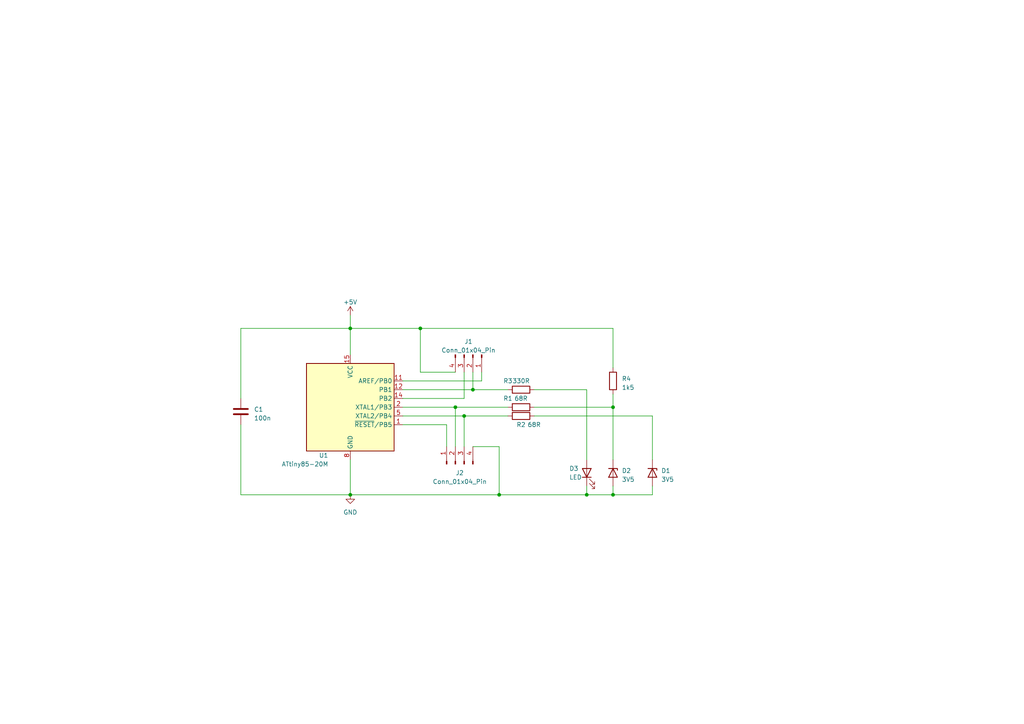
<source format=kicad_sch>
(kicad_sch (version 20230121) (generator eeschema)
  (paper "A4")
  (lib_symbols
    (symbol "Connector:Conn_01x04_Pin" (pin_names (offset 1.016) hide)
      (property "Reference" "J" (at 0 5.08 0))
      (property "Value" "Conn_01x04_Pin" (at 0 -7.62 0))
      (symbol "Conn_01x04_Pin_1_1"
        (polyline (pts (xy 1.27 -5.08) (xy 0.8636 -5.08)) (stroke (width 0.1524)))
        (polyline (pts (xy 1.27 -2.54) (xy 0.8636 -2.54)) (stroke (width 0.1524)))
        (polyline (pts (xy 1.27 0) (xy 0.8636 0)) (stroke (width 0.1524)))
        (polyline (pts (xy 1.27 2.54) (xy 0.8636 2.54)) (stroke (width 0.1524)))
        (rectangle (start 0.8636 -4.953) (end 0 -5.207) (stroke (width 0.1524)) (fill (type outline)))
        (rectangle (start 0.8636 -2.413) (end 0 -2.667) (stroke (width 0.1524)) (fill (type outline)))
        (rectangle (start 0.8636 0.127) (end 0 -0.127) (stroke (width 0.1524)) (fill (type outline)))
        (rectangle (start 0.8636 2.667) (end 0 2.413) (stroke (width 0.1524)) (fill (type outline)))
        (pin passive line (at 5.08 2.54 180) (length 3.81) (name "Pin_1") (number "1"))
        (pin passive line (at 5.08 0 180) (length 3.81) (name "Pin_2") (number "2"))
        (pin passive line (at 5.08 -2.54 180) (length 3.81) (name "Pin_3") (number "3"))
        (pin passive line (at 5.08 -5.08 180) (length 3.81) (name "Pin_4") (number "4"))
      )
    )
    (symbol "Device:C" (pin_numbers hide) (pin_names (offset 0.254))
      (property "Reference" "C" (at 0.635 2.54 0))
      (property "Value" "C" (at 0.635 -2.54 0))
      (symbol "C_0_1"
        (polyline (pts (xy -2.032 -0.762) (xy 2.032 -0.762)) (stroke (width 0.508)))
        (polyline (pts (xy -2.032 0.762) (xy 2.032 0.762)) (stroke (width 0.508)))
      )
      (symbol "C_1_1"
        (pin passive line (at 0 3.81 270) (length 2.794) (name "~") (number "1"))
        (pin passive line (at 0 -3.81 90) (length 2.794) (name "~") (number "2"))
      )
    )
    (symbol "Device:D_Zener" (pin_numbers hide) (pin_names (offset 1.016) hide)
      (property "Reference" "D" (at 0 2.54 0))
      (property "Value" "D_Zener" (at 0 -2.54 0))
      (symbol "D_Zener_0_1"
        (polyline (pts (xy 1.27 0) (xy -1.27 0)))
        (polyline (pts (xy -1.27 -1.27) (xy -1.27 1.27) (xy -0.762 1.27)) (stroke (width 0.254)))
        (polyline (pts (xy 1.27 -1.27) (xy 1.27 1.27) (xy -1.27 0) (xy 1.27 -1.27)) (stroke (width 0.254)))
      )
      (symbol "D_Zener_1_1"
        (pin passive line (at -3.81 0 0) (length 2.54) (name "K") (number "1"))
        (pin passive line (at 3.81 0 180) (length 2.54) (name "A") (number "2"))
      )
    )
    (symbol "Device:LED" (pin_numbers hide) (pin_names (offset 1.016) hide)
      (property "Reference" "D" (at 0 2.54 0))
      (property "Value" "LED" (at 0 -2.54 0))
      (symbol "LED_0_1"
        (polyline (pts (xy -1.27 -1.27) (xy -1.27 1.27)) (stroke (width 0.254)))
        (polyline (pts (xy -1.27 0) (xy 1.27 0)))
        (polyline (pts (xy 1.27 -1.27) (xy 1.27 1.27) (xy -1.27 0) (xy 1.27 -1.27)) (stroke (width 0.254)))
        (polyline (pts (xy -3.048 -0.762) (xy -4.572 -2.286) (xy -3.81 -2.286) (xy -4.572 -2.286) (xy -4.572 -1.524)))
        (polyline (pts (xy -1.778 -0.762) (xy -3.302 -2.286) (xy -2.54 -2.286) (xy -3.302 -2.286) (xy -3.302 -1.524)))
      )
      (symbol "LED_1_1"
        (pin passive line (at -3.81 0 0) (length 2.54) (name "K") (number "1"))
        (pin passive line (at 3.81 0 180) (length 2.54) (name "A") (number "2"))
      )
    )
    (symbol "Device:R" (pin_numbers hide) (pin_names (offset 0))
      (property "Reference" "R" (at 2.032 0 90))
      (property "Value" "R" (at 0 0 90))
      (symbol "R_0_1"
        (rectangle (start -1.016 -2.54) (end 1.016 2.54) (stroke (width 0.254)))
      )
      (symbol "R_1_1"
        (pin passive line (at 0 3.81 270) (length 1.27) (name "~") (number "1"))
        (pin passive line (at 0 -3.81 90) (length 1.27) (name "~") (number "2"))
      )
    )
    (symbol "MCU_Microchip_ATtiny:ATtiny85-20M"
      (property "Reference" "U" (at -12.7 13.97 0))
      (property "Value" "ATtiny85-20M" (at 2.54 -13.97 0))
      (symbol "ATtiny85-20M_0_1"
        (rectangle (start -12.7 -12.7) (end 12.7 12.7) (stroke (width 0.254)) (fill (type background)))
      )
      (symbol "ATtiny85-20M_1_1"
        (pin bidirectional line (at 15.24 -5.08 180) (length 2.54) (name "~{RESET}/PB5") (number "1"))
        (pin no_connect line (at -12.7 -2.54 0) (length 2.54) hide (name "NC") (number "10"))
        (pin bidirectional line (at 15.24 7.62 180) (length 2.54) (name "AREF/PB0") (number "11"))
        (pin bidirectional line (at 15.24 5.08 180) (length 2.54) (name "PB1") (number "12"))
        (pin no_connect line (at -12.7 -5.08 0) (length 2.54) hide (name "NC") (number "13"))
        (pin bidirectional line (at 15.24 2.54 180) (length 2.54) (name "PB2") (number "14"))
        (pin power_in line (at 0 15.24 270) (length 2.54) (name "VCC") (number "15"))
        (pin no_connect line (at -12.7 -7.62 0) (length 2.54) hide (name "NC") (number "16"))
        (pin no_connect line (at -12.7 -10.16 0) (length 2.54) hide (name "NC") (number "17"))
        (pin no_connect line (at -7.62 -12.7 90) (length 2.54) hide (name "NC") (number "18"))
        (pin no_connect line (at -5.08 -12.7 90) (length 2.54) hide (name "NC") (number "19"))
        (pin bidirectional line (at 15.24 0 180) (length 2.54) (name "XTAL1/PB3") (number "2"))
        (pin no_connect line (at -2.54 -12.7 90) (length 2.54) hide (name "NC") (number "20"))
        (pin passive line (at 0 -15.24 90) (length 2.54) hide (name "GND") (number "21"))
        (pin no_connect line (at -12.7 10.16 0) (length 2.54) hide (name "NC") (number "3"))
        (pin no_connect line (at -12.7 7.62 0) (length 2.54) hide (name "NC") (number "4"))
        (pin bidirectional line (at 15.24 -2.54 180) (length 2.54) (name "XTAL2/PB4") (number "5"))
        (pin no_connect line (at -12.7 5.08 0) (length 2.54) hide (name "NC") (number "6"))
        (pin no_connect line (at -12.7 2.54 0) (length 2.54) hide (name "NC") (number "7"))
        (pin power_in line (at 0 -15.24 90) (length 2.54) (name "GND") (number "8"))
        (pin no_connect line (at -12.7 0 0) (length 2.54) hide (name "NC") (number "9"))
      )
    )
    (symbol "power:+5V" (power) (pin_names (offset 0))
      (property "Value" "+5V" (at 0 3.556 0))
      (symbol "+5V_0_1"
        (polyline (pts (xy -0.762 1.27) (xy 0 2.54)))
        (polyline (pts (xy 0 0) (xy 0 2.54)))
        (polyline (pts (xy 0 2.54) (xy 0.762 1.27)))
      )
      (symbol "+5V_1_1"
        (pin power_in line (at 0 0 90) (length 0) hide (name "+5V") (number "1"))
      )
    )
    (symbol "power:GND" (power) (pin_names (offset 0))
      (property "Value" "GND" (at 0 -3.81 0))
      (symbol "GND_0_1"
        (polyline (pts (xy 0 0) (xy 0 -1.27) (xy 1.27 -1.27) (xy 0 -2.54) (xy -1.27 -1.27) (xy 0 -1.27)))
      )
      (symbol "GND_1_1"
        (pin power_in line (at 0 0 270) (length 0) hide (name "GND") (number "1"))
      )
    )
  )
  (junction (at 144.78 143.51))
  (junction (at 121.92 95.25))
  (junction (at 170.18 143.51))
  (junction (at 101.6 143.51))
  (junction (at 177.8 118.11))
  (junction (at 134.62 120.65))
  (junction (at 132.08 118.11))
  (junction (at 177.8 143.51))
  (junction (at 101.6 95.25))
  (junction (at 137.16 113.03))
  (wire (pts (xy 189.23 133.35) (xy 189.23 120.65)))
  (wire (pts (xy 129.54 129.54) (xy 129.54 123.19)))
  (wire (pts (xy 69.85 123.19) (xy 69.85 143.51)))
  (wire (pts (xy 154.94 113.03) (xy 170.18 113.03)))
  (wire (pts (xy 137.16 107.95) (xy 137.16 113.03)))
  (wire (pts (xy 147.32 118.11) (xy 132.08 118.11)))
  (wire (pts (xy 132.08 118.11) (xy 116.84 118.11)))
  (wire (pts (xy 134.62 120.65) (xy 147.32 120.65)))
  (wire (pts (xy 101.6 133.35) (xy 101.6 143.51)))
  (wire (pts (xy 177.8 140.97) (xy 177.8 143.51)))
  (wire (pts (xy 129.54 123.19) (xy 116.84 123.19)))
  (wire (pts (xy 116.84 113.03) (xy 137.16 113.03)))
  (wire (pts (xy 189.23 120.65) (xy 154.94 120.65)))
  (wire (pts (xy 101.6 143.51) (xy 144.78 143.51)))
  (wire (pts (xy 189.23 140.97) (xy 189.23 143.51)))
  (wire (pts (xy 144.78 129.54) (xy 144.78 143.51)))
  (wire (pts (xy 177.8 118.11) (xy 177.8 114.3)))
  (wire (pts (xy 69.85 115.57) (xy 69.85 95.25)))
  (wire (pts (xy 170.18 140.97) (xy 170.18 143.51)))
  (wire (pts (xy 101.6 91.44) (xy 101.6 95.25)))
  (wire (pts (xy 177.8 143.51) (xy 170.18 143.51)))
  (wire (pts (xy 139.7 110.49) (xy 116.84 110.49)))
  (wire (pts (xy 132.08 118.11) (xy 132.08 129.54)))
  (wire (pts (xy 177.8 133.35) (xy 177.8 118.11)))
  (wire (pts (xy 101.6 95.25) (xy 101.6 102.87)))
  (wire (pts (xy 154.94 118.11) (xy 177.8 118.11)))
  (wire (pts (xy 137.16 113.03) (xy 147.32 113.03)))
  (wire (pts (xy 116.84 120.65) (xy 134.62 120.65)))
  (wire (pts (xy 177.8 106.68) (xy 177.8 95.25)))
  (wire (pts (xy 177.8 95.25) (xy 121.92 95.25)))
  (wire (pts (xy 69.85 143.51) (xy 101.6 143.51)))
  (wire (pts (xy 121.92 95.25) (xy 101.6 95.25)))
  (wire (pts (xy 134.62 107.95) (xy 134.62 115.57)))
  (wire (pts (xy 134.62 115.57) (xy 116.84 115.57)))
  (wire (pts (xy 69.85 95.25) (xy 101.6 95.25)))
  (wire (pts (xy 134.62 120.65) (xy 134.62 129.54)))
  (wire (pts (xy 137.16 129.54) (xy 144.78 129.54)))
  (wire (pts (xy 132.08 107.95) (xy 121.92 107.95)))
  (wire (pts (xy 170.18 133.35) (xy 170.18 113.03)))
  (wire (pts (xy 144.78 143.51) (xy 170.18 143.51)))
  (wire (pts (xy 189.23 143.51) (xy 177.8 143.51)))
  (wire (pts (xy 139.7 107.95) (xy 139.7 110.49)))
  (wire (pts (xy 121.92 107.95) (xy 121.92 95.25)))
  (symbol (lib_id "Connector:Conn_01x04_Pin") (at 132.08 134.62 90) (unit 1)
    (property "Reference" "J2" (at 133.35 137.16 90))
    (property "Value" "Conn_01x04_Pin" (at 133.35 139.7 90))
    (property "Footprint" "Connector_Wire:SolderWire-0.75sqmm_1x04_P4.8mm_D1.25mm_OD2.3mm" (effects hide))
  )
  (symbol (lib_id "Device:D_Zener") (at 177.8 137.16 270) (unit 1)
    (property "Reference" "D2" (at 180.34 136.525 90) (effects (justify left)))
    (property "Value" "3V5" (at 180.34 139.065 90) (effects (justify left)))
    (property "Footprint" "Diode_SMD:D_SOD-123" (effects hide))
  )
  (symbol (lib_id "MCU_Microchip_ATtiny:ATtiny85-20M") (at 101.6 118.11 0) (unit 1)
    (property "Reference" "U1" (at 95.25 132.08 0) (effects (justify right)))
    (property "Value" "ATtiny85-20M" (at 95.25 134.62 0) (effects (justify right)))
    (property "Footprint" "Package_DFN_QFN:QFN-20-1EP_4x4mm_P0.5mm_EP2.6x2.6mm" (effects hide))
    (property "Datasheet" "http://ww1.microchip.com/downloads/en/DeviceDoc/atmel-2586-avr-8-bit-microcontroller-attiny25-attiny45-attiny85_datasheet.pdf" (effects hide))
  )
  (symbol (lib_id "Device:D_Zener") (at 189.23 137.16 270) (unit 1)
    (property "Reference" "D1" (at 191.77 136.525 90) (effects (justify left)))
    (property "Value" "3V5" (at 191.77 139.065 90) (effects (justify left)))
    (property "Footprint" "Diode_SMD:D_SOD-123" (effects hide))
  )
  (symbol (lib_id "power:GND") (at 101.6 143.51 0) (unit 1)
    (property "Reference" "#PWR02" (effects hide))
    (property "Value" "GND" (at 101.6 148.59 0))
  )
  (symbol (lib_id "Device:C") (at 69.85 119.38 0) (unit 1)
    (property "Reference" "C1" (at 73.66 118.745 0) (effects (justify left)))
    (property "Value" "100n" (at 73.66 121.285 0) (effects (justify left)))
    (property "Footprint" "Capacitor_SMD:C_1206_3216Metric_Pad1.33x1.80mm_HandSolder" (effects hide))
  )
  (symbol (lib_id "Connector:Conn_01x04_Pin") (at 137.16 102.87 270) (unit 1)
    (property "Reference" "J1" (at 135.89 99.06 90))
    (property "Value" "Conn_01x04_Pin" (at 135.89 101.6 90))
    (property "Footprint" "Connector_Wire:SolderWire-0.25sqmm_1x04_P4.2mm_D0.65mm_OD1.7mm" (effects hide))
  )
  (symbol (lib_id "Device:R") (at 151.13 120.65 90) (unit 1)
    (property "Reference" "R2" (at 151.13 123.19 90))
    (property "Value" "68R" (at 154.94 123.19 90))
    (property "Footprint" "Resistor_SMD:R_0805_2012Metric_Pad1.20x1.40mm_HandSolder" (effects hide))
  )
  (symbol (lib_id "power:+5V") (at 101.6 91.44 0) (unit 1)
    (property "Reference" "#PWR01" (effects hide))
    (property "Value" "+5V" (at 101.6 87.63 0))
  )
  (symbol (lib_id "Device:R") (at 151.13 113.03 90) (unit 1)
    (property "Reference" "R3" (at 147.32 110.49 90))
    (property "Value" "330R" (at 151.13 110.49 90))
    (property "Footprint" "Resistor_SMD:R_0805_2012Metric_Pad1.20x1.40mm_HandSolder" (effects hide))
  )
  (symbol (lib_id "Device:R") (at 177.8 110.49 0) (unit 1)
    (property "Reference" "R4" (at 180.34 109.855 0) (effects (justify left)))
    (property "Value" "1k5" (at 180.34 112.395 0) (effects (justify left)))
    (property "Footprint" "Resistor_SMD:R_0805_2012Metric_Pad1.20x1.40mm_HandSolder" (effects hide))
  )
  (symbol (lib_id "Device:LED") (at 170.18 137.16 90) (unit 1)
    (property "Reference" "D3" (at 165.1 135.89 90) (effects (justify right)))
    (property "Value" "LED" (at 165.1 138.43 90) (effects (justify right)))
  )
  (symbol (lib_id "Device:R") (at 151.13 118.11 90) (unit 1)
    (property "Reference" "R1" (at 147.32 115.57 90))
    (property "Value" "68R" (at 151.13 115.57 90))
    (property "Footprint" "Resistor_SMD:R_0805_2012Metric_Pad1.20x1.40mm_HandSolder" (effects hide))
  )
)
</source>
